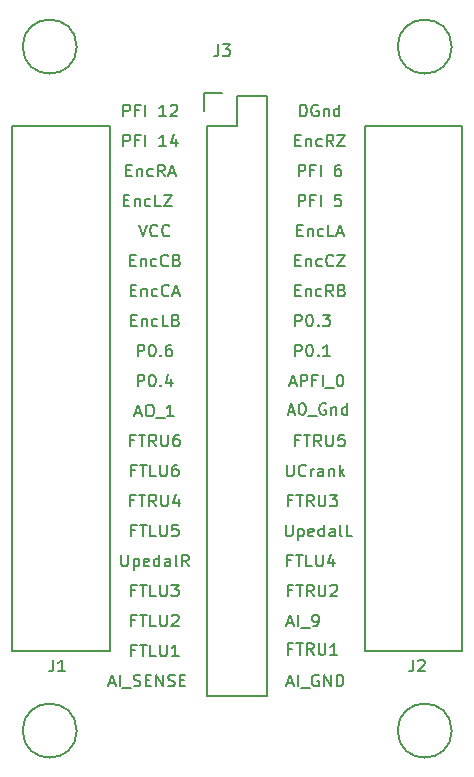
<source format=gbr>
G04 #@! TF.FileFunction,Legend,Top*
%FSLAX46Y46*%
G04 Gerber Fmt 4.6, Leading zero omitted, Abs format (unit mm)*
G04 Created by KiCad (PCBNEW 4.0.2-stable) date 8/9/2016 1:23:03 AM*
%MOMM*%
G01*
G04 APERTURE LIST*
%ADD10C,0.100000*%
%ADD11C,0.150000*%
G04 APERTURE END LIST*
D10*
D11*
X118110000Y-103505000D02*
X126365000Y-103505000D01*
X126365000Y-103505000D02*
X126365000Y-147955000D01*
X126365000Y-147955000D02*
X118110000Y-147955000D01*
X118110000Y-147955000D02*
X118110000Y-103505000D01*
X147955000Y-103505000D02*
X156210000Y-103505000D01*
X156210000Y-103505000D02*
X156210000Y-147955000D01*
X156210000Y-147955000D02*
X147955000Y-147955000D01*
X147955000Y-147955000D02*
X147955000Y-103505000D01*
X155321000Y-154686000D02*
G75*
G03X155321000Y-154686000I-2286000J0D01*
G01*
X123571000Y-154686000D02*
G75*
G03X123571000Y-154686000I-2286000J0D01*
G01*
X123571000Y-96774000D02*
G75*
G03X123571000Y-96774000I-2286000J0D01*
G01*
X155321000Y-96774000D02*
G75*
G03X155321000Y-96774000I-2286000J0D01*
G01*
X139700000Y-151765000D02*
X139700000Y-100965000D01*
X134620000Y-103505000D02*
X134620000Y-151765000D01*
X139700000Y-151765000D02*
X134620000Y-151765000D01*
X139700000Y-100965000D02*
X137160000Y-100965000D01*
X135890000Y-100685000D02*
X134340000Y-100685000D01*
X137160000Y-100965000D02*
X137160000Y-103505000D01*
X137160000Y-103505000D02*
X134620000Y-103505000D01*
X134340000Y-100685000D02*
X134340000Y-102235000D01*
X121586667Y-148677381D02*
X121586667Y-149391667D01*
X121539047Y-149534524D01*
X121443809Y-149629762D01*
X121300952Y-149677381D01*
X121205714Y-149677381D01*
X122586667Y-149677381D02*
X122015238Y-149677381D01*
X122300952Y-149677381D02*
X122300952Y-148677381D01*
X122205714Y-148820238D01*
X122110476Y-148915476D01*
X122015238Y-148963095D01*
X152066667Y-148677381D02*
X152066667Y-149391667D01*
X152019047Y-149534524D01*
X151923809Y-149629762D01*
X151780952Y-149677381D01*
X151685714Y-149677381D01*
X152495238Y-148772619D02*
X152542857Y-148725000D01*
X152638095Y-148677381D01*
X152876191Y-148677381D01*
X152971429Y-148725000D01*
X153019048Y-148772619D01*
X153066667Y-148867857D01*
X153066667Y-148963095D01*
X153019048Y-149105952D01*
X152447619Y-149677381D01*
X153066667Y-149677381D01*
X135556667Y-96587381D02*
X135556667Y-97301667D01*
X135509047Y-97444524D01*
X135413809Y-97539762D01*
X135270952Y-97587381D01*
X135175714Y-97587381D01*
X135937619Y-96587381D02*
X136556667Y-96587381D01*
X136223333Y-96968333D01*
X136366191Y-96968333D01*
X136461429Y-97015952D01*
X136509048Y-97063571D01*
X136556667Y-97158810D01*
X136556667Y-97396905D01*
X136509048Y-97492143D01*
X136461429Y-97539762D01*
X136366191Y-97587381D01*
X136080476Y-97587381D01*
X135985238Y-97539762D01*
X135937619Y-97492143D01*
X141383048Y-150661667D02*
X141859239Y-150661667D01*
X141287810Y-150947381D02*
X141621143Y-149947381D01*
X141954477Y-150947381D01*
X142287810Y-150947381D02*
X142287810Y-149947381D01*
X142525905Y-151042619D02*
X143287810Y-151042619D01*
X144049715Y-149995000D02*
X143954477Y-149947381D01*
X143811620Y-149947381D01*
X143668762Y-149995000D01*
X143573524Y-150090238D01*
X143525905Y-150185476D01*
X143478286Y-150375952D01*
X143478286Y-150518810D01*
X143525905Y-150709286D01*
X143573524Y-150804524D01*
X143668762Y-150899762D01*
X143811620Y-150947381D01*
X143906858Y-150947381D01*
X144049715Y-150899762D01*
X144097334Y-150852143D01*
X144097334Y-150518810D01*
X143906858Y-150518810D01*
X144525905Y-150947381D02*
X144525905Y-149947381D01*
X145097334Y-150947381D01*
X145097334Y-149947381D01*
X145573524Y-150947381D02*
X145573524Y-149947381D01*
X145811619Y-149947381D01*
X145954477Y-149995000D01*
X146049715Y-150090238D01*
X146097334Y-150185476D01*
X146144953Y-150375952D01*
X146144953Y-150518810D01*
X146097334Y-150709286D01*
X146049715Y-150804524D01*
X145954477Y-150899762D01*
X145811619Y-150947381D01*
X145573524Y-150947381D01*
X141771905Y-147756571D02*
X141438571Y-147756571D01*
X141438571Y-148280381D02*
X141438571Y-147280381D01*
X141914762Y-147280381D01*
X142152857Y-147280381D02*
X142724286Y-147280381D01*
X142438571Y-148280381D02*
X142438571Y-147280381D01*
X143629048Y-148280381D02*
X143295714Y-147804190D01*
X143057619Y-148280381D02*
X143057619Y-147280381D01*
X143438572Y-147280381D01*
X143533810Y-147328000D01*
X143581429Y-147375619D01*
X143629048Y-147470857D01*
X143629048Y-147613714D01*
X143581429Y-147708952D01*
X143533810Y-147756571D01*
X143438572Y-147804190D01*
X143057619Y-147804190D01*
X144057619Y-147280381D02*
X144057619Y-148089905D01*
X144105238Y-148185143D01*
X144152857Y-148232762D01*
X144248095Y-148280381D01*
X144438572Y-148280381D01*
X144533810Y-148232762D01*
X144581429Y-148185143D01*
X144629048Y-148089905D01*
X144629048Y-147280381D01*
X145629048Y-148280381D02*
X145057619Y-148280381D01*
X145343333Y-148280381D02*
X145343333Y-147280381D01*
X145248095Y-147423238D01*
X145152857Y-147518476D01*
X145057619Y-147566095D01*
X141414667Y-145581667D02*
X141890858Y-145581667D01*
X141319429Y-145867381D02*
X141652762Y-144867381D01*
X141986096Y-145867381D01*
X142319429Y-145867381D02*
X142319429Y-144867381D01*
X142557524Y-145962619D02*
X143319429Y-145962619D01*
X143605143Y-145867381D02*
X143795619Y-145867381D01*
X143890858Y-145819762D01*
X143938477Y-145772143D01*
X144033715Y-145629286D01*
X144081334Y-145438810D01*
X144081334Y-145057857D01*
X144033715Y-144962619D01*
X143986096Y-144915000D01*
X143890858Y-144867381D01*
X143700381Y-144867381D01*
X143605143Y-144915000D01*
X143557524Y-144962619D01*
X143509905Y-145057857D01*
X143509905Y-145295952D01*
X143557524Y-145391190D01*
X143605143Y-145438810D01*
X143700381Y-145486429D01*
X143890858Y-145486429D01*
X143986096Y-145438810D01*
X144033715Y-145391190D01*
X144081334Y-145295952D01*
X141771905Y-142803571D02*
X141438571Y-142803571D01*
X141438571Y-143327381D02*
X141438571Y-142327381D01*
X141914762Y-142327381D01*
X142152857Y-142327381D02*
X142724286Y-142327381D01*
X142438571Y-143327381D02*
X142438571Y-142327381D01*
X143629048Y-143327381D02*
X143295714Y-142851190D01*
X143057619Y-143327381D02*
X143057619Y-142327381D01*
X143438572Y-142327381D01*
X143533810Y-142375000D01*
X143581429Y-142422619D01*
X143629048Y-142517857D01*
X143629048Y-142660714D01*
X143581429Y-142755952D01*
X143533810Y-142803571D01*
X143438572Y-142851190D01*
X143057619Y-142851190D01*
X144057619Y-142327381D02*
X144057619Y-143136905D01*
X144105238Y-143232143D01*
X144152857Y-143279762D01*
X144248095Y-143327381D01*
X144438572Y-143327381D01*
X144533810Y-143279762D01*
X144581429Y-143232143D01*
X144629048Y-143136905D01*
X144629048Y-142327381D01*
X145057619Y-142422619D02*
X145105238Y-142375000D01*
X145200476Y-142327381D01*
X145438572Y-142327381D01*
X145533810Y-142375000D01*
X145581429Y-142422619D01*
X145629048Y-142517857D01*
X145629048Y-142613095D01*
X145581429Y-142755952D01*
X145010000Y-143327381D01*
X145629048Y-143327381D01*
X141740143Y-140263571D02*
X141406809Y-140263571D01*
X141406809Y-140787381D02*
X141406809Y-139787381D01*
X141883000Y-139787381D01*
X142121095Y-139787381D02*
X142692524Y-139787381D01*
X142406809Y-140787381D02*
X142406809Y-139787381D01*
X143502048Y-140787381D02*
X143025857Y-140787381D01*
X143025857Y-139787381D01*
X143835381Y-139787381D02*
X143835381Y-140596905D01*
X143883000Y-140692143D01*
X143930619Y-140739762D01*
X144025857Y-140787381D01*
X144216334Y-140787381D01*
X144311572Y-140739762D01*
X144359191Y-140692143D01*
X144406810Y-140596905D01*
X144406810Y-139787381D01*
X145311572Y-140120714D02*
X145311572Y-140787381D01*
X145073476Y-139739762D02*
X144835381Y-140454048D01*
X145454429Y-140454048D01*
X141279904Y-137247381D02*
X141279904Y-138056905D01*
X141327523Y-138152143D01*
X141375142Y-138199762D01*
X141470380Y-138247381D01*
X141660857Y-138247381D01*
X141756095Y-138199762D01*
X141803714Y-138152143D01*
X141851333Y-138056905D01*
X141851333Y-137247381D01*
X142327523Y-137580714D02*
X142327523Y-138580714D01*
X142327523Y-137628333D02*
X142422761Y-137580714D01*
X142613238Y-137580714D01*
X142708476Y-137628333D01*
X142756095Y-137675952D01*
X142803714Y-137771190D01*
X142803714Y-138056905D01*
X142756095Y-138152143D01*
X142708476Y-138199762D01*
X142613238Y-138247381D01*
X142422761Y-138247381D01*
X142327523Y-138199762D01*
X143613238Y-138199762D02*
X143518000Y-138247381D01*
X143327523Y-138247381D01*
X143232285Y-138199762D01*
X143184666Y-138104524D01*
X143184666Y-137723571D01*
X143232285Y-137628333D01*
X143327523Y-137580714D01*
X143518000Y-137580714D01*
X143613238Y-137628333D01*
X143660857Y-137723571D01*
X143660857Y-137818810D01*
X143184666Y-137914048D01*
X144518000Y-138247381D02*
X144518000Y-137247381D01*
X144518000Y-138199762D02*
X144422762Y-138247381D01*
X144232285Y-138247381D01*
X144137047Y-138199762D01*
X144089428Y-138152143D01*
X144041809Y-138056905D01*
X144041809Y-137771190D01*
X144089428Y-137675952D01*
X144137047Y-137628333D01*
X144232285Y-137580714D01*
X144422762Y-137580714D01*
X144518000Y-137628333D01*
X145422762Y-138247381D02*
X145422762Y-137723571D01*
X145375143Y-137628333D01*
X145279905Y-137580714D01*
X145089428Y-137580714D01*
X144994190Y-137628333D01*
X145422762Y-138199762D02*
X145327524Y-138247381D01*
X145089428Y-138247381D01*
X144994190Y-138199762D01*
X144946571Y-138104524D01*
X144946571Y-138009286D01*
X144994190Y-137914048D01*
X145089428Y-137866429D01*
X145327524Y-137866429D01*
X145422762Y-137818810D01*
X146041809Y-138247381D02*
X145946571Y-138199762D01*
X145898952Y-138104524D01*
X145898952Y-137247381D01*
X146898953Y-138247381D02*
X146422762Y-138247381D01*
X146422762Y-137247381D01*
X141771905Y-135183571D02*
X141438571Y-135183571D01*
X141438571Y-135707381D02*
X141438571Y-134707381D01*
X141914762Y-134707381D01*
X142152857Y-134707381D02*
X142724286Y-134707381D01*
X142438571Y-135707381D02*
X142438571Y-134707381D01*
X143629048Y-135707381D02*
X143295714Y-135231190D01*
X143057619Y-135707381D02*
X143057619Y-134707381D01*
X143438572Y-134707381D01*
X143533810Y-134755000D01*
X143581429Y-134802619D01*
X143629048Y-134897857D01*
X143629048Y-135040714D01*
X143581429Y-135135952D01*
X143533810Y-135183571D01*
X143438572Y-135231190D01*
X143057619Y-135231190D01*
X144057619Y-134707381D02*
X144057619Y-135516905D01*
X144105238Y-135612143D01*
X144152857Y-135659762D01*
X144248095Y-135707381D01*
X144438572Y-135707381D01*
X144533810Y-135659762D01*
X144581429Y-135612143D01*
X144629048Y-135516905D01*
X144629048Y-134707381D01*
X145010000Y-134707381D02*
X145629048Y-134707381D01*
X145295714Y-135088333D01*
X145438572Y-135088333D01*
X145533810Y-135135952D01*
X145581429Y-135183571D01*
X145629048Y-135278810D01*
X145629048Y-135516905D01*
X145581429Y-135612143D01*
X145533810Y-135659762D01*
X145438572Y-135707381D01*
X145152857Y-135707381D01*
X145057619Y-135659762D01*
X145010000Y-135612143D01*
X141359238Y-132167381D02*
X141359238Y-132976905D01*
X141406857Y-133072143D01*
X141454476Y-133119762D01*
X141549714Y-133167381D01*
X141740191Y-133167381D01*
X141835429Y-133119762D01*
X141883048Y-133072143D01*
X141930667Y-132976905D01*
X141930667Y-132167381D01*
X142978286Y-133072143D02*
X142930667Y-133119762D01*
X142787810Y-133167381D01*
X142692572Y-133167381D01*
X142549714Y-133119762D01*
X142454476Y-133024524D01*
X142406857Y-132929286D01*
X142359238Y-132738810D01*
X142359238Y-132595952D01*
X142406857Y-132405476D01*
X142454476Y-132310238D01*
X142549714Y-132215000D01*
X142692572Y-132167381D01*
X142787810Y-132167381D01*
X142930667Y-132215000D01*
X142978286Y-132262619D01*
X143406857Y-133167381D02*
X143406857Y-132500714D01*
X143406857Y-132691190D02*
X143454476Y-132595952D01*
X143502095Y-132548333D01*
X143597333Y-132500714D01*
X143692572Y-132500714D01*
X144454477Y-133167381D02*
X144454477Y-132643571D01*
X144406858Y-132548333D01*
X144311620Y-132500714D01*
X144121143Y-132500714D01*
X144025905Y-132548333D01*
X144454477Y-133119762D02*
X144359239Y-133167381D01*
X144121143Y-133167381D01*
X144025905Y-133119762D01*
X143978286Y-133024524D01*
X143978286Y-132929286D01*
X144025905Y-132834048D01*
X144121143Y-132786429D01*
X144359239Y-132786429D01*
X144454477Y-132738810D01*
X144930667Y-132500714D02*
X144930667Y-133167381D01*
X144930667Y-132595952D02*
X144978286Y-132548333D01*
X145073524Y-132500714D01*
X145216382Y-132500714D01*
X145311620Y-132548333D01*
X145359239Y-132643571D01*
X145359239Y-133167381D01*
X145835429Y-133167381D02*
X145835429Y-132167381D01*
X145930667Y-132786429D02*
X146216382Y-133167381D01*
X146216382Y-132500714D02*
X145835429Y-132881667D01*
X142406905Y-130103571D02*
X142073571Y-130103571D01*
X142073571Y-130627381D02*
X142073571Y-129627381D01*
X142549762Y-129627381D01*
X142787857Y-129627381D02*
X143359286Y-129627381D01*
X143073571Y-130627381D02*
X143073571Y-129627381D01*
X144264048Y-130627381D02*
X143930714Y-130151190D01*
X143692619Y-130627381D02*
X143692619Y-129627381D01*
X144073572Y-129627381D01*
X144168810Y-129675000D01*
X144216429Y-129722619D01*
X144264048Y-129817857D01*
X144264048Y-129960714D01*
X144216429Y-130055952D01*
X144168810Y-130103571D01*
X144073572Y-130151190D01*
X143692619Y-130151190D01*
X144692619Y-129627381D02*
X144692619Y-130436905D01*
X144740238Y-130532143D01*
X144787857Y-130579762D01*
X144883095Y-130627381D01*
X145073572Y-130627381D01*
X145168810Y-130579762D01*
X145216429Y-130532143D01*
X145264048Y-130436905D01*
X145264048Y-129627381D01*
X146216429Y-129627381D02*
X145740238Y-129627381D01*
X145692619Y-130103571D01*
X145740238Y-130055952D01*
X145835476Y-130008333D01*
X146073572Y-130008333D01*
X146168810Y-130055952D01*
X146216429Y-130103571D01*
X146264048Y-130198810D01*
X146264048Y-130436905D01*
X146216429Y-130532143D01*
X146168810Y-130579762D01*
X146073572Y-130627381D01*
X145835476Y-130627381D01*
X145740238Y-130579762D01*
X145692619Y-130532143D01*
X141518000Y-127674667D02*
X141994191Y-127674667D01*
X141422762Y-127960381D02*
X141756095Y-126960381D01*
X142089429Y-127960381D01*
X142613238Y-126960381D02*
X142708477Y-126960381D01*
X142803715Y-127008000D01*
X142851334Y-127055619D01*
X142898953Y-127150857D01*
X142946572Y-127341333D01*
X142946572Y-127579429D01*
X142898953Y-127769905D01*
X142851334Y-127865143D01*
X142803715Y-127912762D01*
X142708477Y-127960381D01*
X142613238Y-127960381D01*
X142518000Y-127912762D01*
X142470381Y-127865143D01*
X142422762Y-127769905D01*
X142375143Y-127579429D01*
X142375143Y-127341333D01*
X142422762Y-127150857D01*
X142470381Y-127055619D01*
X142518000Y-127008000D01*
X142613238Y-126960381D01*
X143137048Y-128055619D02*
X143898953Y-128055619D01*
X144660858Y-127008000D02*
X144565620Y-126960381D01*
X144422763Y-126960381D01*
X144279905Y-127008000D01*
X144184667Y-127103238D01*
X144137048Y-127198476D01*
X144089429Y-127388952D01*
X144089429Y-127531810D01*
X144137048Y-127722286D01*
X144184667Y-127817524D01*
X144279905Y-127912762D01*
X144422763Y-127960381D01*
X144518001Y-127960381D01*
X144660858Y-127912762D01*
X144708477Y-127865143D01*
X144708477Y-127531810D01*
X144518001Y-127531810D01*
X145137048Y-127293714D02*
X145137048Y-127960381D01*
X145137048Y-127388952D02*
X145184667Y-127341333D01*
X145279905Y-127293714D01*
X145422763Y-127293714D01*
X145518001Y-127341333D01*
X145565620Y-127436571D01*
X145565620Y-127960381D01*
X146470382Y-127960381D02*
X146470382Y-126960381D01*
X146470382Y-127912762D02*
X146375144Y-127960381D01*
X146184667Y-127960381D01*
X146089429Y-127912762D01*
X146041810Y-127865143D01*
X145994191Y-127769905D01*
X145994191Y-127484190D01*
X146041810Y-127388952D01*
X146089429Y-127341333D01*
X146184667Y-127293714D01*
X146375144Y-127293714D01*
X146470382Y-127341333D01*
X141629095Y-125261667D02*
X142105286Y-125261667D01*
X141533857Y-125547381D02*
X141867190Y-124547381D01*
X142200524Y-125547381D01*
X142533857Y-125547381D02*
X142533857Y-124547381D01*
X142914810Y-124547381D01*
X143010048Y-124595000D01*
X143057667Y-124642619D01*
X143105286Y-124737857D01*
X143105286Y-124880714D01*
X143057667Y-124975952D01*
X143010048Y-125023571D01*
X142914810Y-125071190D01*
X142533857Y-125071190D01*
X143867191Y-125023571D02*
X143533857Y-125023571D01*
X143533857Y-125547381D02*
X143533857Y-124547381D01*
X144010048Y-124547381D01*
X144391000Y-125547381D02*
X144391000Y-124547381D01*
X144629095Y-125642619D02*
X145391000Y-125642619D01*
X145819571Y-124547381D02*
X145914810Y-124547381D01*
X146010048Y-124595000D01*
X146057667Y-124642619D01*
X146105286Y-124737857D01*
X146152905Y-124928333D01*
X146152905Y-125166429D01*
X146105286Y-125356905D01*
X146057667Y-125452143D01*
X146010048Y-125499762D01*
X145914810Y-125547381D01*
X145819571Y-125547381D01*
X145724333Y-125499762D01*
X145676714Y-125452143D01*
X145629095Y-125356905D01*
X145581476Y-125166429D01*
X145581476Y-124928333D01*
X145629095Y-124737857D01*
X145676714Y-124642619D01*
X145724333Y-124595000D01*
X145819571Y-124547381D01*
X142057619Y-123007381D02*
X142057619Y-122007381D01*
X142438572Y-122007381D01*
X142533810Y-122055000D01*
X142581429Y-122102619D01*
X142629048Y-122197857D01*
X142629048Y-122340714D01*
X142581429Y-122435952D01*
X142533810Y-122483571D01*
X142438572Y-122531190D01*
X142057619Y-122531190D01*
X143248095Y-122007381D02*
X143343334Y-122007381D01*
X143438572Y-122055000D01*
X143486191Y-122102619D01*
X143533810Y-122197857D01*
X143581429Y-122388333D01*
X143581429Y-122626429D01*
X143533810Y-122816905D01*
X143486191Y-122912143D01*
X143438572Y-122959762D01*
X143343334Y-123007381D01*
X143248095Y-123007381D01*
X143152857Y-122959762D01*
X143105238Y-122912143D01*
X143057619Y-122816905D01*
X143010000Y-122626429D01*
X143010000Y-122388333D01*
X143057619Y-122197857D01*
X143105238Y-122102619D01*
X143152857Y-122055000D01*
X143248095Y-122007381D01*
X144010000Y-122912143D02*
X144057619Y-122959762D01*
X144010000Y-123007381D01*
X143962381Y-122959762D01*
X144010000Y-122912143D01*
X144010000Y-123007381D01*
X145010000Y-123007381D02*
X144438571Y-123007381D01*
X144724285Y-123007381D02*
X144724285Y-122007381D01*
X144629047Y-122150238D01*
X144533809Y-122245476D01*
X144438571Y-122293095D01*
X142057619Y-120467381D02*
X142057619Y-119467381D01*
X142438572Y-119467381D01*
X142533810Y-119515000D01*
X142581429Y-119562619D01*
X142629048Y-119657857D01*
X142629048Y-119800714D01*
X142581429Y-119895952D01*
X142533810Y-119943571D01*
X142438572Y-119991190D01*
X142057619Y-119991190D01*
X143248095Y-119467381D02*
X143343334Y-119467381D01*
X143438572Y-119515000D01*
X143486191Y-119562619D01*
X143533810Y-119657857D01*
X143581429Y-119848333D01*
X143581429Y-120086429D01*
X143533810Y-120276905D01*
X143486191Y-120372143D01*
X143438572Y-120419762D01*
X143343334Y-120467381D01*
X143248095Y-120467381D01*
X143152857Y-120419762D01*
X143105238Y-120372143D01*
X143057619Y-120276905D01*
X143010000Y-120086429D01*
X143010000Y-119848333D01*
X143057619Y-119657857D01*
X143105238Y-119562619D01*
X143152857Y-119515000D01*
X143248095Y-119467381D01*
X144010000Y-120372143D02*
X144057619Y-120419762D01*
X144010000Y-120467381D01*
X143962381Y-120419762D01*
X144010000Y-120372143D01*
X144010000Y-120467381D01*
X144390952Y-119467381D02*
X145010000Y-119467381D01*
X144676666Y-119848333D01*
X144819524Y-119848333D01*
X144914762Y-119895952D01*
X144962381Y-119943571D01*
X145010000Y-120038810D01*
X145010000Y-120276905D01*
X144962381Y-120372143D01*
X144914762Y-120419762D01*
X144819524Y-120467381D01*
X144533809Y-120467381D01*
X144438571Y-120419762D01*
X144390952Y-120372143D01*
X142049762Y-117403571D02*
X142383096Y-117403571D01*
X142525953Y-117927381D02*
X142049762Y-117927381D01*
X142049762Y-116927381D01*
X142525953Y-116927381D01*
X142954524Y-117260714D02*
X142954524Y-117927381D01*
X142954524Y-117355952D02*
X143002143Y-117308333D01*
X143097381Y-117260714D01*
X143240239Y-117260714D01*
X143335477Y-117308333D01*
X143383096Y-117403571D01*
X143383096Y-117927381D01*
X144287858Y-117879762D02*
X144192620Y-117927381D01*
X144002143Y-117927381D01*
X143906905Y-117879762D01*
X143859286Y-117832143D01*
X143811667Y-117736905D01*
X143811667Y-117451190D01*
X143859286Y-117355952D01*
X143906905Y-117308333D01*
X144002143Y-117260714D01*
X144192620Y-117260714D01*
X144287858Y-117308333D01*
X145287858Y-117927381D02*
X144954524Y-117451190D01*
X144716429Y-117927381D02*
X144716429Y-116927381D01*
X145097382Y-116927381D01*
X145192620Y-116975000D01*
X145240239Y-117022619D01*
X145287858Y-117117857D01*
X145287858Y-117260714D01*
X145240239Y-117355952D01*
X145192620Y-117403571D01*
X145097382Y-117451190D01*
X144716429Y-117451190D01*
X146049763Y-117403571D02*
X146192620Y-117451190D01*
X146240239Y-117498810D01*
X146287858Y-117594048D01*
X146287858Y-117736905D01*
X146240239Y-117832143D01*
X146192620Y-117879762D01*
X146097382Y-117927381D01*
X145716429Y-117927381D01*
X145716429Y-116927381D01*
X146049763Y-116927381D01*
X146145001Y-116975000D01*
X146192620Y-117022619D01*
X146240239Y-117117857D01*
X146240239Y-117213095D01*
X146192620Y-117308333D01*
X146145001Y-117355952D01*
X146049763Y-117403571D01*
X145716429Y-117403571D01*
X142073571Y-114863571D02*
X142406905Y-114863571D01*
X142549762Y-115387381D02*
X142073571Y-115387381D01*
X142073571Y-114387381D01*
X142549762Y-114387381D01*
X142978333Y-114720714D02*
X142978333Y-115387381D01*
X142978333Y-114815952D02*
X143025952Y-114768333D01*
X143121190Y-114720714D01*
X143264048Y-114720714D01*
X143359286Y-114768333D01*
X143406905Y-114863571D01*
X143406905Y-115387381D01*
X144311667Y-115339762D02*
X144216429Y-115387381D01*
X144025952Y-115387381D01*
X143930714Y-115339762D01*
X143883095Y-115292143D01*
X143835476Y-115196905D01*
X143835476Y-114911190D01*
X143883095Y-114815952D01*
X143930714Y-114768333D01*
X144025952Y-114720714D01*
X144216429Y-114720714D01*
X144311667Y-114768333D01*
X145311667Y-115292143D02*
X145264048Y-115339762D01*
X145121191Y-115387381D01*
X145025953Y-115387381D01*
X144883095Y-115339762D01*
X144787857Y-115244524D01*
X144740238Y-115149286D01*
X144692619Y-114958810D01*
X144692619Y-114815952D01*
X144740238Y-114625476D01*
X144787857Y-114530238D01*
X144883095Y-114435000D01*
X145025953Y-114387381D01*
X145121191Y-114387381D01*
X145264048Y-114435000D01*
X145311667Y-114482619D01*
X145645000Y-114387381D02*
X146311667Y-114387381D01*
X145645000Y-115387381D01*
X146311667Y-115387381D01*
X142216428Y-112323571D02*
X142549762Y-112323571D01*
X142692619Y-112847381D02*
X142216428Y-112847381D01*
X142216428Y-111847381D01*
X142692619Y-111847381D01*
X143121190Y-112180714D02*
X143121190Y-112847381D01*
X143121190Y-112275952D02*
X143168809Y-112228333D01*
X143264047Y-112180714D01*
X143406905Y-112180714D01*
X143502143Y-112228333D01*
X143549762Y-112323571D01*
X143549762Y-112847381D01*
X144454524Y-112799762D02*
X144359286Y-112847381D01*
X144168809Y-112847381D01*
X144073571Y-112799762D01*
X144025952Y-112752143D01*
X143978333Y-112656905D01*
X143978333Y-112371190D01*
X144025952Y-112275952D01*
X144073571Y-112228333D01*
X144168809Y-112180714D01*
X144359286Y-112180714D01*
X144454524Y-112228333D01*
X145359286Y-112847381D02*
X144883095Y-112847381D01*
X144883095Y-111847381D01*
X145645000Y-112561667D02*
X146121191Y-112561667D01*
X145549762Y-112847381D02*
X145883095Y-111847381D01*
X146216429Y-112847381D01*
X126301905Y-150661667D02*
X126778096Y-150661667D01*
X126206667Y-150947381D02*
X126540000Y-149947381D01*
X126873334Y-150947381D01*
X127206667Y-150947381D02*
X127206667Y-149947381D01*
X127444762Y-151042619D02*
X128206667Y-151042619D01*
X128397143Y-150899762D02*
X128540000Y-150947381D01*
X128778096Y-150947381D01*
X128873334Y-150899762D01*
X128920953Y-150852143D01*
X128968572Y-150756905D01*
X128968572Y-150661667D01*
X128920953Y-150566429D01*
X128873334Y-150518810D01*
X128778096Y-150471190D01*
X128587619Y-150423571D01*
X128492381Y-150375952D01*
X128444762Y-150328333D01*
X128397143Y-150233095D01*
X128397143Y-150137857D01*
X128444762Y-150042619D01*
X128492381Y-149995000D01*
X128587619Y-149947381D01*
X128825715Y-149947381D01*
X128968572Y-149995000D01*
X129397143Y-150423571D02*
X129730477Y-150423571D01*
X129873334Y-150947381D02*
X129397143Y-150947381D01*
X129397143Y-149947381D01*
X129873334Y-149947381D01*
X130301905Y-150947381D02*
X130301905Y-149947381D01*
X130873334Y-150947381D01*
X130873334Y-149947381D01*
X131301905Y-150899762D02*
X131444762Y-150947381D01*
X131682858Y-150947381D01*
X131778096Y-150899762D01*
X131825715Y-150852143D01*
X131873334Y-150756905D01*
X131873334Y-150661667D01*
X131825715Y-150566429D01*
X131778096Y-150518810D01*
X131682858Y-150471190D01*
X131492381Y-150423571D01*
X131397143Y-150375952D01*
X131349524Y-150328333D01*
X131301905Y-150233095D01*
X131301905Y-150137857D01*
X131349524Y-150042619D01*
X131397143Y-149995000D01*
X131492381Y-149947381D01*
X131730477Y-149947381D01*
X131873334Y-149995000D01*
X132301905Y-150423571D02*
X132635239Y-150423571D01*
X132778096Y-150947381D02*
X132301905Y-150947381D01*
X132301905Y-149947381D01*
X132778096Y-149947381D01*
X128532143Y-147883571D02*
X128198809Y-147883571D01*
X128198809Y-148407381D02*
X128198809Y-147407381D01*
X128675000Y-147407381D01*
X128913095Y-147407381D02*
X129484524Y-147407381D01*
X129198809Y-148407381D02*
X129198809Y-147407381D01*
X130294048Y-148407381D02*
X129817857Y-148407381D01*
X129817857Y-147407381D01*
X130627381Y-147407381D02*
X130627381Y-148216905D01*
X130675000Y-148312143D01*
X130722619Y-148359762D01*
X130817857Y-148407381D01*
X131008334Y-148407381D01*
X131103572Y-148359762D01*
X131151191Y-148312143D01*
X131198810Y-148216905D01*
X131198810Y-147407381D01*
X132198810Y-148407381D02*
X131627381Y-148407381D01*
X131913095Y-148407381D02*
X131913095Y-147407381D01*
X131817857Y-147550238D01*
X131722619Y-147645476D01*
X131627381Y-147693095D01*
X128532143Y-145343571D02*
X128198809Y-145343571D01*
X128198809Y-145867381D02*
X128198809Y-144867381D01*
X128675000Y-144867381D01*
X128913095Y-144867381D02*
X129484524Y-144867381D01*
X129198809Y-145867381D02*
X129198809Y-144867381D01*
X130294048Y-145867381D02*
X129817857Y-145867381D01*
X129817857Y-144867381D01*
X130627381Y-144867381D02*
X130627381Y-145676905D01*
X130675000Y-145772143D01*
X130722619Y-145819762D01*
X130817857Y-145867381D01*
X131008334Y-145867381D01*
X131103572Y-145819762D01*
X131151191Y-145772143D01*
X131198810Y-145676905D01*
X131198810Y-144867381D01*
X131627381Y-144962619D02*
X131675000Y-144915000D01*
X131770238Y-144867381D01*
X132008334Y-144867381D01*
X132103572Y-144915000D01*
X132151191Y-144962619D01*
X132198810Y-145057857D01*
X132198810Y-145153095D01*
X132151191Y-145295952D01*
X131579762Y-145867381D01*
X132198810Y-145867381D01*
X128532143Y-142803571D02*
X128198809Y-142803571D01*
X128198809Y-143327381D02*
X128198809Y-142327381D01*
X128675000Y-142327381D01*
X128913095Y-142327381D02*
X129484524Y-142327381D01*
X129198809Y-143327381D02*
X129198809Y-142327381D01*
X130294048Y-143327381D02*
X129817857Y-143327381D01*
X129817857Y-142327381D01*
X130627381Y-142327381D02*
X130627381Y-143136905D01*
X130675000Y-143232143D01*
X130722619Y-143279762D01*
X130817857Y-143327381D01*
X131008334Y-143327381D01*
X131103572Y-143279762D01*
X131151191Y-143232143D01*
X131198810Y-143136905D01*
X131198810Y-142327381D01*
X131579762Y-142327381D02*
X132198810Y-142327381D01*
X131865476Y-142708333D01*
X132008334Y-142708333D01*
X132103572Y-142755952D01*
X132151191Y-142803571D01*
X132198810Y-142898810D01*
X132198810Y-143136905D01*
X132151191Y-143232143D01*
X132103572Y-143279762D01*
X132008334Y-143327381D01*
X131722619Y-143327381D01*
X131627381Y-143279762D01*
X131579762Y-143232143D01*
X127341666Y-139787381D02*
X127341666Y-140596905D01*
X127389285Y-140692143D01*
X127436904Y-140739762D01*
X127532142Y-140787381D01*
X127722619Y-140787381D01*
X127817857Y-140739762D01*
X127865476Y-140692143D01*
X127913095Y-140596905D01*
X127913095Y-139787381D01*
X128389285Y-140120714D02*
X128389285Y-141120714D01*
X128389285Y-140168333D02*
X128484523Y-140120714D01*
X128675000Y-140120714D01*
X128770238Y-140168333D01*
X128817857Y-140215952D01*
X128865476Y-140311190D01*
X128865476Y-140596905D01*
X128817857Y-140692143D01*
X128770238Y-140739762D01*
X128675000Y-140787381D01*
X128484523Y-140787381D01*
X128389285Y-140739762D01*
X129675000Y-140739762D02*
X129579762Y-140787381D01*
X129389285Y-140787381D01*
X129294047Y-140739762D01*
X129246428Y-140644524D01*
X129246428Y-140263571D01*
X129294047Y-140168333D01*
X129389285Y-140120714D01*
X129579762Y-140120714D01*
X129675000Y-140168333D01*
X129722619Y-140263571D01*
X129722619Y-140358810D01*
X129246428Y-140454048D01*
X130579762Y-140787381D02*
X130579762Y-139787381D01*
X130579762Y-140739762D02*
X130484524Y-140787381D01*
X130294047Y-140787381D01*
X130198809Y-140739762D01*
X130151190Y-140692143D01*
X130103571Y-140596905D01*
X130103571Y-140311190D01*
X130151190Y-140215952D01*
X130198809Y-140168333D01*
X130294047Y-140120714D01*
X130484524Y-140120714D01*
X130579762Y-140168333D01*
X131484524Y-140787381D02*
X131484524Y-140263571D01*
X131436905Y-140168333D01*
X131341667Y-140120714D01*
X131151190Y-140120714D01*
X131055952Y-140168333D01*
X131484524Y-140739762D02*
X131389286Y-140787381D01*
X131151190Y-140787381D01*
X131055952Y-140739762D01*
X131008333Y-140644524D01*
X131008333Y-140549286D01*
X131055952Y-140454048D01*
X131151190Y-140406429D01*
X131389286Y-140406429D01*
X131484524Y-140358810D01*
X132103571Y-140787381D02*
X132008333Y-140739762D01*
X131960714Y-140644524D01*
X131960714Y-139787381D01*
X133055953Y-140787381D02*
X132722619Y-140311190D01*
X132484524Y-140787381D02*
X132484524Y-139787381D01*
X132865477Y-139787381D01*
X132960715Y-139835000D01*
X133008334Y-139882619D01*
X133055953Y-139977857D01*
X133055953Y-140120714D01*
X133008334Y-140215952D01*
X132960715Y-140263571D01*
X132865477Y-140311190D01*
X132484524Y-140311190D01*
X128532143Y-137723571D02*
X128198809Y-137723571D01*
X128198809Y-138247381D02*
X128198809Y-137247381D01*
X128675000Y-137247381D01*
X128913095Y-137247381D02*
X129484524Y-137247381D01*
X129198809Y-138247381D02*
X129198809Y-137247381D01*
X130294048Y-138247381D02*
X129817857Y-138247381D01*
X129817857Y-137247381D01*
X130627381Y-137247381D02*
X130627381Y-138056905D01*
X130675000Y-138152143D01*
X130722619Y-138199762D01*
X130817857Y-138247381D01*
X131008334Y-138247381D01*
X131103572Y-138199762D01*
X131151191Y-138152143D01*
X131198810Y-138056905D01*
X131198810Y-137247381D01*
X132151191Y-137247381D02*
X131675000Y-137247381D01*
X131627381Y-137723571D01*
X131675000Y-137675952D01*
X131770238Y-137628333D01*
X132008334Y-137628333D01*
X132103572Y-137675952D01*
X132151191Y-137723571D01*
X132198810Y-137818810D01*
X132198810Y-138056905D01*
X132151191Y-138152143D01*
X132103572Y-138199762D01*
X132008334Y-138247381D01*
X131770238Y-138247381D01*
X131675000Y-138199762D01*
X131627381Y-138152143D01*
X128436905Y-135183571D02*
X128103571Y-135183571D01*
X128103571Y-135707381D02*
X128103571Y-134707381D01*
X128579762Y-134707381D01*
X128817857Y-134707381D02*
X129389286Y-134707381D01*
X129103571Y-135707381D02*
X129103571Y-134707381D01*
X130294048Y-135707381D02*
X129960714Y-135231190D01*
X129722619Y-135707381D02*
X129722619Y-134707381D01*
X130103572Y-134707381D01*
X130198810Y-134755000D01*
X130246429Y-134802619D01*
X130294048Y-134897857D01*
X130294048Y-135040714D01*
X130246429Y-135135952D01*
X130198810Y-135183571D01*
X130103572Y-135231190D01*
X129722619Y-135231190D01*
X130722619Y-134707381D02*
X130722619Y-135516905D01*
X130770238Y-135612143D01*
X130817857Y-135659762D01*
X130913095Y-135707381D01*
X131103572Y-135707381D01*
X131198810Y-135659762D01*
X131246429Y-135612143D01*
X131294048Y-135516905D01*
X131294048Y-134707381D01*
X132198810Y-135040714D02*
X132198810Y-135707381D01*
X131960714Y-134659762D02*
X131722619Y-135374048D01*
X132341667Y-135374048D01*
X128532143Y-132643571D02*
X128198809Y-132643571D01*
X128198809Y-133167381D02*
X128198809Y-132167381D01*
X128675000Y-132167381D01*
X128913095Y-132167381D02*
X129484524Y-132167381D01*
X129198809Y-133167381D02*
X129198809Y-132167381D01*
X130294048Y-133167381D02*
X129817857Y-133167381D01*
X129817857Y-132167381D01*
X130627381Y-132167381D02*
X130627381Y-132976905D01*
X130675000Y-133072143D01*
X130722619Y-133119762D01*
X130817857Y-133167381D01*
X131008334Y-133167381D01*
X131103572Y-133119762D01*
X131151191Y-133072143D01*
X131198810Y-132976905D01*
X131198810Y-132167381D01*
X132103572Y-132167381D02*
X131913095Y-132167381D01*
X131817857Y-132215000D01*
X131770238Y-132262619D01*
X131675000Y-132405476D01*
X131627381Y-132595952D01*
X131627381Y-132976905D01*
X131675000Y-133072143D01*
X131722619Y-133119762D01*
X131817857Y-133167381D01*
X132008334Y-133167381D01*
X132103572Y-133119762D01*
X132151191Y-133072143D01*
X132198810Y-132976905D01*
X132198810Y-132738810D01*
X132151191Y-132643571D01*
X132103572Y-132595952D01*
X132008334Y-132548333D01*
X131817857Y-132548333D01*
X131722619Y-132595952D01*
X131675000Y-132643571D01*
X131627381Y-132738810D01*
X128436905Y-130103571D02*
X128103571Y-130103571D01*
X128103571Y-130627381D02*
X128103571Y-129627381D01*
X128579762Y-129627381D01*
X128817857Y-129627381D02*
X129389286Y-129627381D01*
X129103571Y-130627381D02*
X129103571Y-129627381D01*
X130294048Y-130627381D02*
X129960714Y-130151190D01*
X129722619Y-130627381D02*
X129722619Y-129627381D01*
X130103572Y-129627381D01*
X130198810Y-129675000D01*
X130246429Y-129722619D01*
X130294048Y-129817857D01*
X130294048Y-129960714D01*
X130246429Y-130055952D01*
X130198810Y-130103571D01*
X130103572Y-130151190D01*
X129722619Y-130151190D01*
X130722619Y-129627381D02*
X130722619Y-130436905D01*
X130770238Y-130532143D01*
X130817857Y-130579762D01*
X130913095Y-130627381D01*
X131103572Y-130627381D01*
X131198810Y-130579762D01*
X131246429Y-130532143D01*
X131294048Y-130436905D01*
X131294048Y-129627381D01*
X132198810Y-129627381D02*
X132008333Y-129627381D01*
X131913095Y-129675000D01*
X131865476Y-129722619D01*
X131770238Y-129865476D01*
X131722619Y-130055952D01*
X131722619Y-130436905D01*
X131770238Y-130532143D01*
X131817857Y-130579762D01*
X131913095Y-130627381D01*
X132103572Y-130627381D01*
X132198810Y-130579762D01*
X132246429Y-130532143D01*
X132294048Y-130436905D01*
X132294048Y-130198810D01*
X132246429Y-130103571D01*
X132198810Y-130055952D01*
X132103572Y-130008333D01*
X131913095Y-130008333D01*
X131817857Y-130055952D01*
X131770238Y-130103571D01*
X131722619Y-130198810D01*
X128555952Y-127801667D02*
X129032143Y-127801667D01*
X128460714Y-128087381D02*
X128794047Y-127087381D01*
X129127381Y-128087381D01*
X129651190Y-127087381D02*
X129841667Y-127087381D01*
X129936905Y-127135000D01*
X130032143Y-127230238D01*
X130079762Y-127420714D01*
X130079762Y-127754048D01*
X130032143Y-127944524D01*
X129936905Y-128039762D01*
X129841667Y-128087381D01*
X129651190Y-128087381D01*
X129555952Y-128039762D01*
X129460714Y-127944524D01*
X129413095Y-127754048D01*
X129413095Y-127420714D01*
X129460714Y-127230238D01*
X129555952Y-127135000D01*
X129651190Y-127087381D01*
X130270238Y-128182619D02*
X131032143Y-128182619D01*
X131794048Y-128087381D02*
X131222619Y-128087381D01*
X131508333Y-128087381D02*
X131508333Y-127087381D01*
X131413095Y-127230238D01*
X131317857Y-127325476D01*
X131222619Y-127373095D01*
X128722619Y-125547381D02*
X128722619Y-124547381D01*
X129103572Y-124547381D01*
X129198810Y-124595000D01*
X129246429Y-124642619D01*
X129294048Y-124737857D01*
X129294048Y-124880714D01*
X129246429Y-124975952D01*
X129198810Y-125023571D01*
X129103572Y-125071190D01*
X128722619Y-125071190D01*
X129913095Y-124547381D02*
X130008334Y-124547381D01*
X130103572Y-124595000D01*
X130151191Y-124642619D01*
X130198810Y-124737857D01*
X130246429Y-124928333D01*
X130246429Y-125166429D01*
X130198810Y-125356905D01*
X130151191Y-125452143D01*
X130103572Y-125499762D01*
X130008334Y-125547381D01*
X129913095Y-125547381D01*
X129817857Y-125499762D01*
X129770238Y-125452143D01*
X129722619Y-125356905D01*
X129675000Y-125166429D01*
X129675000Y-124928333D01*
X129722619Y-124737857D01*
X129770238Y-124642619D01*
X129817857Y-124595000D01*
X129913095Y-124547381D01*
X130675000Y-125452143D02*
X130722619Y-125499762D01*
X130675000Y-125547381D01*
X130627381Y-125499762D01*
X130675000Y-125452143D01*
X130675000Y-125547381D01*
X131579762Y-124880714D02*
X131579762Y-125547381D01*
X131341666Y-124499762D02*
X131103571Y-125214048D01*
X131722619Y-125214048D01*
X128722619Y-123007381D02*
X128722619Y-122007381D01*
X129103572Y-122007381D01*
X129198810Y-122055000D01*
X129246429Y-122102619D01*
X129294048Y-122197857D01*
X129294048Y-122340714D01*
X129246429Y-122435952D01*
X129198810Y-122483571D01*
X129103572Y-122531190D01*
X128722619Y-122531190D01*
X129913095Y-122007381D02*
X130008334Y-122007381D01*
X130103572Y-122055000D01*
X130151191Y-122102619D01*
X130198810Y-122197857D01*
X130246429Y-122388333D01*
X130246429Y-122626429D01*
X130198810Y-122816905D01*
X130151191Y-122912143D01*
X130103572Y-122959762D01*
X130008334Y-123007381D01*
X129913095Y-123007381D01*
X129817857Y-122959762D01*
X129770238Y-122912143D01*
X129722619Y-122816905D01*
X129675000Y-122626429D01*
X129675000Y-122388333D01*
X129722619Y-122197857D01*
X129770238Y-122102619D01*
X129817857Y-122055000D01*
X129913095Y-122007381D01*
X130675000Y-122912143D02*
X130722619Y-122959762D01*
X130675000Y-123007381D01*
X130627381Y-122959762D01*
X130675000Y-122912143D01*
X130675000Y-123007381D01*
X131579762Y-122007381D02*
X131389285Y-122007381D01*
X131294047Y-122055000D01*
X131246428Y-122102619D01*
X131151190Y-122245476D01*
X131103571Y-122435952D01*
X131103571Y-122816905D01*
X131151190Y-122912143D01*
X131198809Y-122959762D01*
X131294047Y-123007381D01*
X131484524Y-123007381D01*
X131579762Y-122959762D01*
X131627381Y-122912143D01*
X131675000Y-122816905D01*
X131675000Y-122578810D01*
X131627381Y-122483571D01*
X131579762Y-122435952D01*
X131484524Y-122388333D01*
X131294047Y-122388333D01*
X131198809Y-122435952D01*
X131151190Y-122483571D01*
X131103571Y-122578810D01*
X128175000Y-119943571D02*
X128508334Y-119943571D01*
X128651191Y-120467381D02*
X128175000Y-120467381D01*
X128175000Y-119467381D01*
X128651191Y-119467381D01*
X129079762Y-119800714D02*
X129079762Y-120467381D01*
X129079762Y-119895952D02*
X129127381Y-119848333D01*
X129222619Y-119800714D01*
X129365477Y-119800714D01*
X129460715Y-119848333D01*
X129508334Y-119943571D01*
X129508334Y-120467381D01*
X130413096Y-120419762D02*
X130317858Y-120467381D01*
X130127381Y-120467381D01*
X130032143Y-120419762D01*
X129984524Y-120372143D01*
X129936905Y-120276905D01*
X129936905Y-119991190D01*
X129984524Y-119895952D01*
X130032143Y-119848333D01*
X130127381Y-119800714D01*
X130317858Y-119800714D01*
X130413096Y-119848333D01*
X131317858Y-120467381D02*
X130841667Y-120467381D01*
X130841667Y-119467381D01*
X131984525Y-119943571D02*
X132127382Y-119991190D01*
X132175001Y-120038810D01*
X132222620Y-120134048D01*
X132222620Y-120276905D01*
X132175001Y-120372143D01*
X132127382Y-120419762D01*
X132032144Y-120467381D01*
X131651191Y-120467381D01*
X131651191Y-119467381D01*
X131984525Y-119467381D01*
X132079763Y-119515000D01*
X132127382Y-119562619D01*
X132175001Y-119657857D01*
X132175001Y-119753095D01*
X132127382Y-119848333D01*
X132079763Y-119895952D01*
X131984525Y-119943571D01*
X131651191Y-119943571D01*
X128151190Y-117403571D02*
X128484524Y-117403571D01*
X128627381Y-117927381D02*
X128151190Y-117927381D01*
X128151190Y-116927381D01*
X128627381Y-116927381D01*
X129055952Y-117260714D02*
X129055952Y-117927381D01*
X129055952Y-117355952D02*
X129103571Y-117308333D01*
X129198809Y-117260714D01*
X129341667Y-117260714D01*
X129436905Y-117308333D01*
X129484524Y-117403571D01*
X129484524Y-117927381D01*
X130389286Y-117879762D02*
X130294048Y-117927381D01*
X130103571Y-117927381D01*
X130008333Y-117879762D01*
X129960714Y-117832143D01*
X129913095Y-117736905D01*
X129913095Y-117451190D01*
X129960714Y-117355952D01*
X130008333Y-117308333D01*
X130103571Y-117260714D01*
X130294048Y-117260714D01*
X130389286Y-117308333D01*
X131389286Y-117832143D02*
X131341667Y-117879762D01*
X131198810Y-117927381D01*
X131103572Y-117927381D01*
X130960714Y-117879762D01*
X130865476Y-117784524D01*
X130817857Y-117689286D01*
X130770238Y-117498810D01*
X130770238Y-117355952D01*
X130817857Y-117165476D01*
X130865476Y-117070238D01*
X130960714Y-116975000D01*
X131103572Y-116927381D01*
X131198810Y-116927381D01*
X131341667Y-116975000D01*
X131389286Y-117022619D01*
X131770238Y-117641667D02*
X132246429Y-117641667D01*
X131675000Y-117927381D02*
X132008333Y-116927381D01*
X132341667Y-117927381D01*
X128079762Y-114863571D02*
X128413096Y-114863571D01*
X128555953Y-115387381D02*
X128079762Y-115387381D01*
X128079762Y-114387381D01*
X128555953Y-114387381D01*
X128984524Y-114720714D02*
X128984524Y-115387381D01*
X128984524Y-114815952D02*
X129032143Y-114768333D01*
X129127381Y-114720714D01*
X129270239Y-114720714D01*
X129365477Y-114768333D01*
X129413096Y-114863571D01*
X129413096Y-115387381D01*
X130317858Y-115339762D02*
X130222620Y-115387381D01*
X130032143Y-115387381D01*
X129936905Y-115339762D01*
X129889286Y-115292143D01*
X129841667Y-115196905D01*
X129841667Y-114911190D01*
X129889286Y-114815952D01*
X129936905Y-114768333D01*
X130032143Y-114720714D01*
X130222620Y-114720714D01*
X130317858Y-114768333D01*
X131317858Y-115292143D02*
X131270239Y-115339762D01*
X131127382Y-115387381D01*
X131032144Y-115387381D01*
X130889286Y-115339762D01*
X130794048Y-115244524D01*
X130746429Y-115149286D01*
X130698810Y-114958810D01*
X130698810Y-114815952D01*
X130746429Y-114625476D01*
X130794048Y-114530238D01*
X130889286Y-114435000D01*
X131032144Y-114387381D01*
X131127382Y-114387381D01*
X131270239Y-114435000D01*
X131317858Y-114482619D01*
X132079763Y-114863571D02*
X132222620Y-114911190D01*
X132270239Y-114958810D01*
X132317858Y-115054048D01*
X132317858Y-115196905D01*
X132270239Y-115292143D01*
X132222620Y-115339762D01*
X132127382Y-115387381D01*
X131746429Y-115387381D01*
X131746429Y-114387381D01*
X132079763Y-114387381D01*
X132175001Y-114435000D01*
X132222620Y-114482619D01*
X132270239Y-114577857D01*
X132270239Y-114673095D01*
X132222620Y-114768333D01*
X132175001Y-114815952D01*
X132079763Y-114863571D01*
X131746429Y-114863571D01*
X128841667Y-111847381D02*
X129175000Y-112847381D01*
X129508334Y-111847381D01*
X130413096Y-112752143D02*
X130365477Y-112799762D01*
X130222620Y-112847381D01*
X130127382Y-112847381D01*
X129984524Y-112799762D01*
X129889286Y-112704524D01*
X129841667Y-112609286D01*
X129794048Y-112418810D01*
X129794048Y-112275952D01*
X129841667Y-112085476D01*
X129889286Y-111990238D01*
X129984524Y-111895000D01*
X130127382Y-111847381D01*
X130222620Y-111847381D01*
X130365477Y-111895000D01*
X130413096Y-111942619D01*
X131413096Y-112752143D02*
X131365477Y-112799762D01*
X131222620Y-112847381D01*
X131127382Y-112847381D01*
X130984524Y-112799762D01*
X130889286Y-112704524D01*
X130841667Y-112609286D01*
X130794048Y-112418810D01*
X130794048Y-112275952D01*
X130841667Y-112085476D01*
X130889286Y-111990238D01*
X130984524Y-111895000D01*
X131127382Y-111847381D01*
X131222620Y-111847381D01*
X131365477Y-111895000D01*
X131413096Y-111942619D01*
X127563809Y-109783571D02*
X127897143Y-109783571D01*
X128040000Y-110307381D02*
X127563809Y-110307381D01*
X127563809Y-109307381D01*
X128040000Y-109307381D01*
X128468571Y-109640714D02*
X128468571Y-110307381D01*
X128468571Y-109735952D02*
X128516190Y-109688333D01*
X128611428Y-109640714D01*
X128754286Y-109640714D01*
X128849524Y-109688333D01*
X128897143Y-109783571D01*
X128897143Y-110307381D01*
X129801905Y-110259762D02*
X129706667Y-110307381D01*
X129516190Y-110307381D01*
X129420952Y-110259762D01*
X129373333Y-110212143D01*
X129325714Y-110116905D01*
X129325714Y-109831190D01*
X129373333Y-109735952D01*
X129420952Y-109688333D01*
X129516190Y-109640714D01*
X129706667Y-109640714D01*
X129801905Y-109688333D01*
X130706667Y-110307381D02*
X130230476Y-110307381D01*
X130230476Y-109307381D01*
X130944762Y-109307381D02*
X131611429Y-109307381D01*
X130944762Y-110307381D01*
X131611429Y-110307381D01*
X127770190Y-107243571D02*
X128103524Y-107243571D01*
X128246381Y-107767381D02*
X127770190Y-107767381D01*
X127770190Y-106767381D01*
X128246381Y-106767381D01*
X128674952Y-107100714D02*
X128674952Y-107767381D01*
X128674952Y-107195952D02*
X128722571Y-107148333D01*
X128817809Y-107100714D01*
X128960667Y-107100714D01*
X129055905Y-107148333D01*
X129103524Y-107243571D01*
X129103524Y-107767381D01*
X130008286Y-107719762D02*
X129913048Y-107767381D01*
X129722571Y-107767381D01*
X129627333Y-107719762D01*
X129579714Y-107672143D01*
X129532095Y-107576905D01*
X129532095Y-107291190D01*
X129579714Y-107195952D01*
X129627333Y-107148333D01*
X129722571Y-107100714D01*
X129913048Y-107100714D01*
X130008286Y-107148333D01*
X131008286Y-107767381D02*
X130674952Y-107291190D01*
X130436857Y-107767381D02*
X130436857Y-106767381D01*
X130817810Y-106767381D01*
X130913048Y-106815000D01*
X130960667Y-106862619D01*
X131008286Y-106957857D01*
X131008286Y-107100714D01*
X130960667Y-107195952D01*
X130913048Y-107243571D01*
X130817810Y-107291190D01*
X130436857Y-107291190D01*
X131389238Y-107481667D02*
X131865429Y-107481667D01*
X131294000Y-107767381D02*
X131627333Y-106767381D01*
X131960667Y-107767381D01*
X142359286Y-110307381D02*
X142359286Y-109307381D01*
X142740239Y-109307381D01*
X142835477Y-109355000D01*
X142883096Y-109402619D01*
X142930715Y-109497857D01*
X142930715Y-109640714D01*
X142883096Y-109735952D01*
X142835477Y-109783571D01*
X142740239Y-109831190D01*
X142359286Y-109831190D01*
X143692620Y-109783571D02*
X143359286Y-109783571D01*
X143359286Y-110307381D02*
X143359286Y-109307381D01*
X143835477Y-109307381D01*
X144216429Y-110307381D02*
X144216429Y-109307381D01*
X145930715Y-109307381D02*
X145454524Y-109307381D01*
X145406905Y-109783571D01*
X145454524Y-109735952D01*
X145549762Y-109688333D01*
X145787858Y-109688333D01*
X145883096Y-109735952D01*
X145930715Y-109783571D01*
X145978334Y-109878810D01*
X145978334Y-110116905D01*
X145930715Y-110212143D01*
X145883096Y-110259762D01*
X145787858Y-110307381D01*
X145549762Y-110307381D01*
X145454524Y-110259762D01*
X145406905Y-110212143D01*
X142359286Y-107767381D02*
X142359286Y-106767381D01*
X142740239Y-106767381D01*
X142835477Y-106815000D01*
X142883096Y-106862619D01*
X142930715Y-106957857D01*
X142930715Y-107100714D01*
X142883096Y-107195952D01*
X142835477Y-107243571D01*
X142740239Y-107291190D01*
X142359286Y-107291190D01*
X143692620Y-107243571D02*
X143359286Y-107243571D01*
X143359286Y-107767381D02*
X143359286Y-106767381D01*
X143835477Y-106767381D01*
X144216429Y-107767381D02*
X144216429Y-106767381D01*
X145883096Y-106767381D02*
X145692619Y-106767381D01*
X145597381Y-106815000D01*
X145549762Y-106862619D01*
X145454524Y-107005476D01*
X145406905Y-107195952D01*
X145406905Y-107576905D01*
X145454524Y-107672143D01*
X145502143Y-107719762D01*
X145597381Y-107767381D01*
X145787858Y-107767381D01*
X145883096Y-107719762D01*
X145930715Y-107672143D01*
X145978334Y-107576905D01*
X145978334Y-107338810D01*
X145930715Y-107243571D01*
X145883096Y-107195952D01*
X145787858Y-107148333D01*
X145597381Y-107148333D01*
X145502143Y-107195952D01*
X145454524Y-107243571D01*
X145406905Y-107338810D01*
X142073571Y-104703571D02*
X142406905Y-104703571D01*
X142549762Y-105227381D02*
X142073571Y-105227381D01*
X142073571Y-104227381D01*
X142549762Y-104227381D01*
X142978333Y-104560714D02*
X142978333Y-105227381D01*
X142978333Y-104655952D02*
X143025952Y-104608333D01*
X143121190Y-104560714D01*
X143264048Y-104560714D01*
X143359286Y-104608333D01*
X143406905Y-104703571D01*
X143406905Y-105227381D01*
X144311667Y-105179762D02*
X144216429Y-105227381D01*
X144025952Y-105227381D01*
X143930714Y-105179762D01*
X143883095Y-105132143D01*
X143835476Y-105036905D01*
X143835476Y-104751190D01*
X143883095Y-104655952D01*
X143930714Y-104608333D01*
X144025952Y-104560714D01*
X144216429Y-104560714D01*
X144311667Y-104608333D01*
X145311667Y-105227381D02*
X144978333Y-104751190D01*
X144740238Y-105227381D02*
X144740238Y-104227381D01*
X145121191Y-104227381D01*
X145216429Y-104275000D01*
X145264048Y-104322619D01*
X145311667Y-104417857D01*
X145311667Y-104560714D01*
X145264048Y-104655952D01*
X145216429Y-104703571D01*
X145121191Y-104751190D01*
X144740238Y-104751190D01*
X145645000Y-104227381D02*
X146311667Y-104227381D01*
X145645000Y-105227381D01*
X146311667Y-105227381D01*
X142478333Y-102687381D02*
X142478333Y-101687381D01*
X142716428Y-101687381D01*
X142859286Y-101735000D01*
X142954524Y-101830238D01*
X143002143Y-101925476D01*
X143049762Y-102115952D01*
X143049762Y-102258810D01*
X143002143Y-102449286D01*
X142954524Y-102544524D01*
X142859286Y-102639762D01*
X142716428Y-102687381D01*
X142478333Y-102687381D01*
X144002143Y-101735000D02*
X143906905Y-101687381D01*
X143764048Y-101687381D01*
X143621190Y-101735000D01*
X143525952Y-101830238D01*
X143478333Y-101925476D01*
X143430714Y-102115952D01*
X143430714Y-102258810D01*
X143478333Y-102449286D01*
X143525952Y-102544524D01*
X143621190Y-102639762D01*
X143764048Y-102687381D01*
X143859286Y-102687381D01*
X144002143Y-102639762D01*
X144049762Y-102592143D01*
X144049762Y-102258810D01*
X143859286Y-102258810D01*
X144478333Y-102020714D02*
X144478333Y-102687381D01*
X144478333Y-102115952D02*
X144525952Y-102068333D01*
X144621190Y-102020714D01*
X144764048Y-102020714D01*
X144859286Y-102068333D01*
X144906905Y-102163571D01*
X144906905Y-102687381D01*
X145811667Y-102687381D02*
X145811667Y-101687381D01*
X145811667Y-102639762D02*
X145716429Y-102687381D01*
X145525952Y-102687381D01*
X145430714Y-102639762D01*
X145383095Y-102592143D01*
X145335476Y-102496905D01*
X145335476Y-102211190D01*
X145383095Y-102115952D01*
X145430714Y-102068333D01*
X145525952Y-102020714D01*
X145716429Y-102020714D01*
X145811667Y-102068333D01*
X127532095Y-105227381D02*
X127532095Y-104227381D01*
X127913048Y-104227381D01*
X128008286Y-104275000D01*
X128055905Y-104322619D01*
X128103524Y-104417857D01*
X128103524Y-104560714D01*
X128055905Y-104655952D01*
X128008286Y-104703571D01*
X127913048Y-104751190D01*
X127532095Y-104751190D01*
X128865429Y-104703571D02*
X128532095Y-104703571D01*
X128532095Y-105227381D02*
X128532095Y-104227381D01*
X129008286Y-104227381D01*
X129389238Y-105227381D02*
X129389238Y-104227381D01*
X131151143Y-105227381D02*
X130579714Y-105227381D01*
X130865428Y-105227381D02*
X130865428Y-104227381D01*
X130770190Y-104370238D01*
X130674952Y-104465476D01*
X130579714Y-104513095D01*
X132008286Y-104560714D02*
X132008286Y-105227381D01*
X131770190Y-104179762D02*
X131532095Y-104894048D01*
X132151143Y-104894048D01*
X127532095Y-102687381D02*
X127532095Y-101687381D01*
X127913048Y-101687381D01*
X128008286Y-101735000D01*
X128055905Y-101782619D01*
X128103524Y-101877857D01*
X128103524Y-102020714D01*
X128055905Y-102115952D01*
X128008286Y-102163571D01*
X127913048Y-102211190D01*
X127532095Y-102211190D01*
X128865429Y-102163571D02*
X128532095Y-102163571D01*
X128532095Y-102687381D02*
X128532095Y-101687381D01*
X129008286Y-101687381D01*
X129389238Y-102687381D02*
X129389238Y-101687381D01*
X131151143Y-102687381D02*
X130579714Y-102687381D01*
X130865428Y-102687381D02*
X130865428Y-101687381D01*
X130770190Y-101830238D01*
X130674952Y-101925476D01*
X130579714Y-101973095D01*
X131532095Y-101782619D02*
X131579714Y-101735000D01*
X131674952Y-101687381D01*
X131913048Y-101687381D01*
X132008286Y-101735000D01*
X132055905Y-101782619D01*
X132103524Y-101877857D01*
X132103524Y-101973095D01*
X132055905Y-102115952D01*
X131484476Y-102687381D01*
X132103524Y-102687381D01*
M02*

</source>
